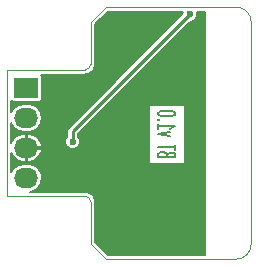
<source format=gbr>
%FSLAX46Y46*%
G04 Gerber Fmt 4.6, Leading zero omitted, Abs format (unit mm)*
G04 Created by KiCad (PCBNEW (2014-10-23 BZR 4804)-product) date mar. 16 déc. 2014 20:49:27 CET*
%MOMM*%
G01*
G04 APERTURE LIST*
%ADD10C,0.100000*%
%ADD11C,0.150000*%
%ADD12R,2.032000X1.727200*%
%ADD13O,2.032000X1.727200*%
%ADD14C,0.600000*%
%ADD15C,0.254000*%
G04 APERTURE END LIST*
D10*
D11*
X144252143Y-99359430D02*
X144180714Y-99252287D01*
X144109286Y-99216572D01*
X143966429Y-99180858D01*
X143752143Y-99180858D01*
X143609286Y-99216572D01*
X143537857Y-99252287D01*
X143466429Y-99323715D01*
X143466429Y-99609430D01*
X144966429Y-99609430D01*
X144966429Y-99359430D01*
X144895000Y-99288001D01*
X144823571Y-99252287D01*
X144680714Y-99216572D01*
X144537857Y-99216572D01*
X144395000Y-99252287D01*
X144323571Y-99288001D01*
X144252143Y-99359430D01*
X144252143Y-99609430D01*
X144966429Y-98966572D02*
X144966429Y-98538001D01*
X143466429Y-98752287D02*
X144966429Y-98752287D01*
X144466429Y-97788000D02*
X143466429Y-97609429D01*
X144466429Y-97430857D01*
X143466429Y-96752285D02*
X143466429Y-97180857D01*
X143466429Y-96966571D02*
X144966429Y-96966571D01*
X144752143Y-97038000D01*
X144609286Y-97109428D01*
X144537857Y-97180857D01*
X143609286Y-96430857D02*
X143537857Y-96395142D01*
X143466429Y-96430857D01*
X143537857Y-96466571D01*
X143609286Y-96430857D01*
X143466429Y-96430857D01*
X144966429Y-95930856D02*
X144966429Y-95859428D01*
X144895000Y-95787999D01*
X144823571Y-95752285D01*
X144680714Y-95716571D01*
X144395000Y-95680856D01*
X144037857Y-95680856D01*
X143752143Y-95716571D01*
X143609286Y-95752285D01*
X143537857Y-95787999D01*
X143466429Y-95859428D01*
X143466429Y-95930856D01*
X143537857Y-96002285D01*
X143609286Y-96037999D01*
X143752143Y-96073714D01*
X144037857Y-96109428D01*
X144395000Y-96109428D01*
X144680714Y-96073714D01*
X144823571Y-96037999D01*
X144895000Y-96002285D01*
X144966429Y-95930856D01*
D10*
X137795000Y-91702700D02*
X137795000Y-88150700D01*
X137795000Y-103394700D02*
X137795000Y-106946700D01*
X130683000Y-102882700D02*
X137283000Y-102882700D01*
X130683000Y-92214700D02*
X130683000Y-102882700D01*
X137283000Y-92214700D02*
X130683000Y-92214700D01*
X137283000Y-102882700D02*
G75*
G02X137795000Y-103394700I0J-512000D01*
G01*
X137795000Y-91702700D02*
G75*
G02X137283000Y-92214700I-512000J0D01*
G01*
X150114000Y-86880700D02*
G75*
G02X151384000Y-88150700I0J-1270000D01*
G01*
X151384000Y-106946700D02*
G75*
G02X150114000Y-108216700I-1270000J0D01*
G01*
X139065000Y-108216700D02*
X137795000Y-106946700D01*
X150114000Y-108216700D02*
X139065000Y-108216700D01*
X151384000Y-88150700D02*
X151384000Y-106946700D01*
X139065000Y-86880700D02*
X150114000Y-86880700D01*
X137795000Y-88150700D02*
X139065000Y-86880700D01*
D12*
X132334000Y-93726000D03*
D13*
X132334000Y-96266000D03*
X132334000Y-98806000D03*
X132334000Y-101346000D03*
D14*
X136271000Y-98298000D03*
X146177000Y-87503000D03*
X138176000Y-94107000D03*
X143129000Y-89154000D03*
X147193000Y-89408000D03*
X143065500Y-106934000D03*
X147139873Y-106934000D03*
D15*
X145877001Y-87802999D02*
X146177000Y-87503000D01*
X136271000Y-98298000D02*
X136271000Y-97409000D01*
X136271000Y-97409000D02*
X145877001Y-87802999D01*
X135480708Y-98806000D02*
X132334000Y-98806000D01*
X135480708Y-96802292D02*
X137876001Y-94406999D01*
X137876001Y-94406999D02*
X138176000Y-94107000D01*
X138176000Y-94107000D02*
X143129000Y-89154000D01*
X135480708Y-98806000D02*
X135480708Y-96802292D01*
X137598999Y-99002001D02*
X146893001Y-89707999D01*
X146893001Y-89707999D02*
X147193000Y-89408000D01*
X135676709Y-99002001D02*
X137598999Y-99002001D01*
X135480708Y-98806000D02*
X135676709Y-99002001D01*
X143065500Y-104468502D02*
X137598999Y-99002001D01*
X143065500Y-106934000D02*
X143065500Y-104468502D01*
X139632138Y-99002001D02*
X137598999Y-99002001D01*
X147139873Y-106509736D02*
X139632138Y-99002001D01*
X147139873Y-106934000D02*
X147139873Y-106509736D01*
D11*
G36*
X147510500Y-107837700D02*
X145749000Y-107837700D01*
X145749000Y-100192001D01*
X145749000Y-95133999D01*
X142691000Y-95133999D01*
X142691000Y-100192001D01*
X145749000Y-100192001D01*
X145749000Y-107837700D01*
X139221986Y-107837700D01*
X138174000Y-106789713D01*
X138174000Y-103394700D01*
X138166717Y-103358090D01*
X138166718Y-103320761D01*
X138127744Y-103124826D01*
X138093253Y-103041559D01*
X138071154Y-102988206D01*
X138071152Y-102988204D01*
X137960167Y-102822101D01*
X137960165Y-102822099D01*
X137855601Y-102717535D01*
X137855599Y-102717533D01*
X137689496Y-102606548D01*
X137689494Y-102606546D01*
X137552874Y-102549957D01*
X137552872Y-102549956D01*
X137552868Y-102549956D01*
X137356940Y-102510982D01*
X137319609Y-102510982D01*
X137283000Y-102503700D01*
X132688204Y-102503700D01*
X132969138Y-102447819D01*
X133356046Y-102189296D01*
X133614569Y-101802388D01*
X133705350Y-101346000D01*
X133655062Y-101093184D01*
X133655062Y-99043746D01*
X133655062Y-98568254D01*
X133608118Y-98397653D01*
X133366465Y-97999474D01*
X132990830Y-97724081D01*
X132538400Y-97613400D01*
X132386000Y-97613400D01*
X132386000Y-98754000D01*
X133595532Y-98754000D01*
X133655062Y-98568254D01*
X133655062Y-99043746D01*
X133595532Y-98858000D01*
X132386000Y-98858000D01*
X132386000Y-99998600D01*
X132538400Y-99998600D01*
X132990830Y-99887919D01*
X133366465Y-99612526D01*
X133608118Y-99214347D01*
X133655062Y-99043746D01*
X133655062Y-101093184D01*
X133614569Y-100889612D01*
X133356046Y-100502704D01*
X132969138Y-100244181D01*
X132512750Y-100153400D01*
X132155250Y-100153400D01*
X131698862Y-100244181D01*
X131311954Y-100502704D01*
X131062000Y-100876787D01*
X131062000Y-99217836D01*
X131301535Y-99612526D01*
X131677170Y-99887919D01*
X132129600Y-99998600D01*
X132282000Y-99998600D01*
X132282000Y-98858000D01*
X132262000Y-98858000D01*
X132262000Y-98754000D01*
X132282000Y-98754000D01*
X132282000Y-97613400D01*
X132129600Y-97613400D01*
X131677170Y-97724081D01*
X131301535Y-97999474D01*
X131062000Y-98394163D01*
X131062000Y-96735212D01*
X131311954Y-97109296D01*
X131698862Y-97367819D01*
X132155250Y-97458600D01*
X132512750Y-97458600D01*
X132969138Y-97367819D01*
X133356046Y-97109296D01*
X133614569Y-96722388D01*
X133705350Y-96266000D01*
X133614569Y-95809612D01*
X133356046Y-95422704D01*
X132969138Y-95164181D01*
X132512750Y-95073400D01*
X132155250Y-95073400D01*
X131698862Y-95164181D01*
X131311954Y-95422704D01*
X131062000Y-95796787D01*
X131062000Y-94798876D01*
X131131636Y-94868513D01*
X131252558Y-94918600D01*
X131383442Y-94918600D01*
X133415442Y-94918600D01*
X133536363Y-94868513D01*
X133628913Y-94775964D01*
X133679000Y-94655042D01*
X133679000Y-94524158D01*
X133679000Y-92796958D01*
X133628913Y-92676037D01*
X133546576Y-92593700D01*
X137283000Y-92593700D01*
X137319609Y-92586417D01*
X137356940Y-92586418D01*
X137552868Y-92547443D01*
X137552872Y-92547444D01*
X137552874Y-92547443D01*
X137689494Y-92490854D01*
X137689496Y-92490852D01*
X137855599Y-92379867D01*
X137855601Y-92379865D01*
X137960165Y-92275301D01*
X137960167Y-92275299D01*
X138071152Y-92109196D01*
X138071154Y-92109194D01*
X138093253Y-92055840D01*
X138127744Y-91972574D01*
X138166718Y-91776639D01*
X138166717Y-91739309D01*
X138174000Y-91702700D01*
X138174000Y-88307686D01*
X139221986Y-87259700D01*
X145596955Y-87259700D01*
X145548109Y-87377335D01*
X145548013Y-87487104D01*
X135948559Y-97086559D01*
X135849711Y-97234496D01*
X135815000Y-97409000D01*
X135815000Y-97864440D01*
X135738071Y-97941235D01*
X135642109Y-98172335D01*
X135641891Y-98422567D01*
X135737449Y-98653834D01*
X135914235Y-98830929D01*
X136145335Y-98926891D01*
X136395567Y-98927109D01*
X136626834Y-98831551D01*
X136803929Y-98654765D01*
X136899891Y-98423665D01*
X136900109Y-98173433D01*
X136804551Y-97942166D01*
X136727000Y-97864479D01*
X136727000Y-97597882D01*
X146192867Y-88132014D01*
X146301567Y-88132109D01*
X146532834Y-88036551D01*
X146709929Y-87859765D01*
X146805891Y-87628665D01*
X146806109Y-87378433D01*
X146757049Y-87259700D01*
X147510500Y-87259700D01*
X147510500Y-91694000D01*
X147510500Y-102870000D01*
X147510500Y-107837700D01*
X147510500Y-107837700D01*
G37*
X147510500Y-107837700D02*
X145749000Y-107837700D01*
X145749000Y-100192001D01*
X145749000Y-95133999D01*
X142691000Y-95133999D01*
X142691000Y-100192001D01*
X145749000Y-100192001D01*
X145749000Y-107837700D01*
X139221986Y-107837700D01*
X138174000Y-106789713D01*
X138174000Y-103394700D01*
X138166717Y-103358090D01*
X138166718Y-103320761D01*
X138127744Y-103124826D01*
X138093253Y-103041559D01*
X138071154Y-102988206D01*
X138071152Y-102988204D01*
X137960167Y-102822101D01*
X137960165Y-102822099D01*
X137855601Y-102717535D01*
X137855599Y-102717533D01*
X137689496Y-102606548D01*
X137689494Y-102606546D01*
X137552874Y-102549957D01*
X137552872Y-102549956D01*
X137552868Y-102549956D01*
X137356940Y-102510982D01*
X137319609Y-102510982D01*
X137283000Y-102503700D01*
X132688204Y-102503700D01*
X132969138Y-102447819D01*
X133356046Y-102189296D01*
X133614569Y-101802388D01*
X133705350Y-101346000D01*
X133655062Y-101093184D01*
X133655062Y-99043746D01*
X133655062Y-98568254D01*
X133608118Y-98397653D01*
X133366465Y-97999474D01*
X132990830Y-97724081D01*
X132538400Y-97613400D01*
X132386000Y-97613400D01*
X132386000Y-98754000D01*
X133595532Y-98754000D01*
X133655062Y-98568254D01*
X133655062Y-99043746D01*
X133595532Y-98858000D01*
X132386000Y-98858000D01*
X132386000Y-99998600D01*
X132538400Y-99998600D01*
X132990830Y-99887919D01*
X133366465Y-99612526D01*
X133608118Y-99214347D01*
X133655062Y-99043746D01*
X133655062Y-101093184D01*
X133614569Y-100889612D01*
X133356046Y-100502704D01*
X132969138Y-100244181D01*
X132512750Y-100153400D01*
X132155250Y-100153400D01*
X131698862Y-100244181D01*
X131311954Y-100502704D01*
X131062000Y-100876787D01*
X131062000Y-99217836D01*
X131301535Y-99612526D01*
X131677170Y-99887919D01*
X132129600Y-99998600D01*
X132282000Y-99998600D01*
X132282000Y-98858000D01*
X132262000Y-98858000D01*
X132262000Y-98754000D01*
X132282000Y-98754000D01*
X132282000Y-97613400D01*
X132129600Y-97613400D01*
X131677170Y-97724081D01*
X131301535Y-97999474D01*
X131062000Y-98394163D01*
X131062000Y-96735212D01*
X131311954Y-97109296D01*
X131698862Y-97367819D01*
X132155250Y-97458600D01*
X132512750Y-97458600D01*
X132969138Y-97367819D01*
X133356046Y-97109296D01*
X133614569Y-96722388D01*
X133705350Y-96266000D01*
X133614569Y-95809612D01*
X133356046Y-95422704D01*
X132969138Y-95164181D01*
X132512750Y-95073400D01*
X132155250Y-95073400D01*
X131698862Y-95164181D01*
X131311954Y-95422704D01*
X131062000Y-95796787D01*
X131062000Y-94798876D01*
X131131636Y-94868513D01*
X131252558Y-94918600D01*
X131383442Y-94918600D01*
X133415442Y-94918600D01*
X133536363Y-94868513D01*
X133628913Y-94775964D01*
X133679000Y-94655042D01*
X133679000Y-94524158D01*
X133679000Y-92796958D01*
X133628913Y-92676037D01*
X133546576Y-92593700D01*
X137283000Y-92593700D01*
X137319609Y-92586417D01*
X137356940Y-92586418D01*
X137552868Y-92547443D01*
X137552872Y-92547444D01*
X137552874Y-92547443D01*
X137689494Y-92490854D01*
X137689496Y-92490852D01*
X137855599Y-92379867D01*
X137855601Y-92379865D01*
X137960165Y-92275301D01*
X137960167Y-92275299D01*
X138071152Y-92109196D01*
X138071154Y-92109194D01*
X138093253Y-92055840D01*
X138127744Y-91972574D01*
X138166718Y-91776639D01*
X138166717Y-91739309D01*
X138174000Y-91702700D01*
X138174000Y-88307686D01*
X139221986Y-87259700D01*
X145596955Y-87259700D01*
X145548109Y-87377335D01*
X145548013Y-87487104D01*
X135948559Y-97086559D01*
X135849711Y-97234496D01*
X135815000Y-97409000D01*
X135815000Y-97864440D01*
X135738071Y-97941235D01*
X135642109Y-98172335D01*
X135641891Y-98422567D01*
X135737449Y-98653834D01*
X135914235Y-98830929D01*
X136145335Y-98926891D01*
X136395567Y-98927109D01*
X136626834Y-98831551D01*
X136803929Y-98654765D01*
X136899891Y-98423665D01*
X136900109Y-98173433D01*
X136804551Y-97942166D01*
X136727000Y-97864479D01*
X136727000Y-97597882D01*
X146192867Y-88132014D01*
X146301567Y-88132109D01*
X146532834Y-88036551D01*
X146709929Y-87859765D01*
X146805891Y-87628665D01*
X146806109Y-87378433D01*
X146757049Y-87259700D01*
X147510500Y-87259700D01*
X147510500Y-91694000D01*
X147510500Y-102870000D01*
X147510500Y-107837700D01*
M02*

</source>
